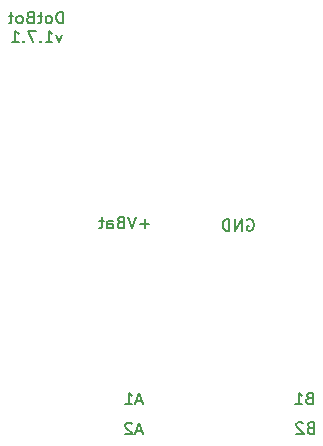
<source format=gbr>
%TF.GenerationSoftware,KiCad,Pcbnew,(6.0.0)*%
%TF.CreationDate,2022-01-21T19:20:27+01:00*%
%TF.ProjectId,DotBot,446f7442-6f74-42e6-9b69-6361645f7063,rev?*%
%TF.SameCoordinates,Original*%
%TF.FileFunction,Legend,Bot*%
%TF.FilePolarity,Positive*%
%FSLAX46Y46*%
G04 Gerber Fmt 4.6, Leading zero omitted, Abs format (unit mm)*
G04 Created by KiCad (PCBNEW (6.0.0)) date 2022-01-21 19:20:27*
%MOMM*%
%LPD*%
G01*
G04 APERTURE LIST*
%ADD10C,0.150000*%
G04 APERTURE END LIST*
D10*
X89347619Y-61971428D02*
X88585714Y-61971428D01*
X88966666Y-62352380D02*
X88966666Y-61590476D01*
X88252380Y-61352380D02*
X87919047Y-62352380D01*
X87585714Y-61352380D01*
X86919047Y-61828571D02*
X86776190Y-61876190D01*
X86728571Y-61923809D01*
X86680952Y-62019047D01*
X86680952Y-62161904D01*
X86728571Y-62257142D01*
X86776190Y-62304761D01*
X86871428Y-62352380D01*
X87252380Y-62352380D01*
X87252380Y-61352380D01*
X86919047Y-61352380D01*
X86823809Y-61400000D01*
X86776190Y-61447619D01*
X86728571Y-61542857D01*
X86728571Y-61638095D01*
X86776190Y-61733333D01*
X86823809Y-61780952D01*
X86919047Y-61828571D01*
X87252380Y-61828571D01*
X85823809Y-62352380D02*
X85823809Y-61828571D01*
X85871428Y-61733333D01*
X85966666Y-61685714D01*
X86157142Y-61685714D01*
X86252380Y-61733333D01*
X85823809Y-62304761D02*
X85919047Y-62352380D01*
X86157142Y-62352380D01*
X86252380Y-62304761D01*
X86300000Y-62209523D01*
X86300000Y-62114285D01*
X86252380Y-62019047D01*
X86157142Y-61971428D01*
X85919047Y-61971428D01*
X85823809Y-61923809D01*
X85490476Y-61685714D02*
X85109523Y-61685714D01*
X85347619Y-61352380D02*
X85347619Y-62209523D01*
X85300000Y-62304761D01*
X85204761Y-62352380D01*
X85109523Y-62352380D01*
X103004761Y-79228571D02*
X102861904Y-79276190D01*
X102814285Y-79323809D01*
X102766666Y-79419047D01*
X102766666Y-79561904D01*
X102814285Y-79657142D01*
X102861904Y-79704761D01*
X102957142Y-79752380D01*
X103338095Y-79752380D01*
X103338095Y-78752380D01*
X103004761Y-78752380D01*
X102909523Y-78800000D01*
X102861904Y-78847619D01*
X102814285Y-78942857D01*
X102814285Y-79038095D01*
X102861904Y-79133333D01*
X102909523Y-79180952D01*
X103004761Y-79228571D01*
X103338095Y-79228571D01*
X102385714Y-78847619D02*
X102338095Y-78800000D01*
X102242857Y-78752380D01*
X102004761Y-78752380D01*
X101909523Y-78800000D01*
X101861904Y-78847619D01*
X101814285Y-78942857D01*
X101814285Y-79038095D01*
X101861904Y-79180952D01*
X102433333Y-79752380D01*
X101814285Y-79752380D01*
X97661904Y-61600000D02*
X97757142Y-61552380D01*
X97900000Y-61552380D01*
X98042857Y-61600000D01*
X98138095Y-61695238D01*
X98185714Y-61790476D01*
X98233333Y-61980952D01*
X98233333Y-62123809D01*
X98185714Y-62314285D01*
X98138095Y-62409523D01*
X98042857Y-62504761D01*
X97900000Y-62552380D01*
X97804761Y-62552380D01*
X97661904Y-62504761D01*
X97614285Y-62457142D01*
X97614285Y-62123809D01*
X97804761Y-62123809D01*
X97185714Y-62552380D02*
X97185714Y-61552380D01*
X96614285Y-62552380D01*
X96614285Y-61552380D01*
X96138095Y-62552380D02*
X96138095Y-61552380D01*
X95900000Y-61552380D01*
X95757142Y-61600000D01*
X95661904Y-61695238D01*
X95614285Y-61790476D01*
X95566666Y-61980952D01*
X95566666Y-62123809D01*
X95614285Y-62314285D01*
X95661904Y-62409523D01*
X95757142Y-62504761D01*
X95900000Y-62552380D01*
X96138095Y-62552380D01*
X102904761Y-76728571D02*
X102761904Y-76776190D01*
X102714285Y-76823809D01*
X102666666Y-76919047D01*
X102666666Y-77061904D01*
X102714285Y-77157142D01*
X102761904Y-77204761D01*
X102857142Y-77252380D01*
X103238095Y-77252380D01*
X103238095Y-76252380D01*
X102904761Y-76252380D01*
X102809523Y-76300000D01*
X102761904Y-76347619D01*
X102714285Y-76442857D01*
X102714285Y-76538095D01*
X102761904Y-76633333D01*
X102809523Y-76680952D01*
X102904761Y-76728571D01*
X103238095Y-76728571D01*
X101714285Y-77252380D02*
X102285714Y-77252380D01*
X102000000Y-77252380D02*
X102000000Y-76252380D01*
X102095238Y-76395238D01*
X102190476Y-76490476D01*
X102285714Y-76538095D01*
X82072410Y-44997380D02*
X82072410Y-43997380D01*
X81834315Y-43997380D01*
X81691457Y-44045000D01*
X81596219Y-44140238D01*
X81548600Y-44235476D01*
X81500981Y-44425952D01*
X81500981Y-44568809D01*
X81548600Y-44759285D01*
X81596219Y-44854523D01*
X81691457Y-44949761D01*
X81834315Y-44997380D01*
X82072410Y-44997380D01*
X80929553Y-44997380D02*
X81024791Y-44949761D01*
X81072410Y-44902142D01*
X81120029Y-44806904D01*
X81120029Y-44521190D01*
X81072410Y-44425952D01*
X81024791Y-44378333D01*
X80929553Y-44330714D01*
X80786695Y-44330714D01*
X80691457Y-44378333D01*
X80643838Y-44425952D01*
X80596219Y-44521190D01*
X80596219Y-44806904D01*
X80643838Y-44902142D01*
X80691457Y-44949761D01*
X80786695Y-44997380D01*
X80929553Y-44997380D01*
X80310505Y-44330714D02*
X79929553Y-44330714D01*
X80167648Y-43997380D02*
X80167648Y-44854523D01*
X80120029Y-44949761D01*
X80024791Y-44997380D01*
X79929553Y-44997380D01*
X79262886Y-44473571D02*
X79120029Y-44521190D01*
X79072410Y-44568809D01*
X79024791Y-44664047D01*
X79024791Y-44806904D01*
X79072410Y-44902142D01*
X79120029Y-44949761D01*
X79215267Y-44997380D01*
X79596219Y-44997380D01*
X79596219Y-43997380D01*
X79262886Y-43997380D01*
X79167648Y-44045000D01*
X79120029Y-44092619D01*
X79072410Y-44187857D01*
X79072410Y-44283095D01*
X79120029Y-44378333D01*
X79167648Y-44425952D01*
X79262886Y-44473571D01*
X79596219Y-44473571D01*
X78453362Y-44997380D02*
X78548600Y-44949761D01*
X78596219Y-44902142D01*
X78643838Y-44806904D01*
X78643838Y-44521190D01*
X78596219Y-44425952D01*
X78548600Y-44378333D01*
X78453362Y-44330714D01*
X78310505Y-44330714D01*
X78215267Y-44378333D01*
X78167648Y-44425952D01*
X78120029Y-44521190D01*
X78120029Y-44806904D01*
X78167648Y-44902142D01*
X78215267Y-44949761D01*
X78310505Y-44997380D01*
X78453362Y-44997380D01*
X77834315Y-44330714D02*
X77453362Y-44330714D01*
X77691457Y-43997380D02*
X77691457Y-44854523D01*
X77643838Y-44949761D01*
X77548600Y-44997380D01*
X77453362Y-44997380D01*
X81977172Y-45940714D02*
X81739076Y-46607380D01*
X81500981Y-45940714D01*
X80596219Y-46607380D02*
X81167648Y-46607380D01*
X80881934Y-46607380D02*
X80881934Y-45607380D01*
X80977172Y-45750238D01*
X81072410Y-45845476D01*
X81167648Y-45893095D01*
X80167648Y-46512142D02*
X80120029Y-46559761D01*
X80167648Y-46607380D01*
X80215267Y-46559761D01*
X80167648Y-46512142D01*
X80167648Y-46607380D01*
X79786695Y-45607380D02*
X79120029Y-45607380D01*
X79548600Y-46607380D01*
X78739076Y-46512142D02*
X78691457Y-46559761D01*
X78739076Y-46607380D01*
X78786695Y-46559761D01*
X78739076Y-46512142D01*
X78739076Y-46607380D01*
X77739076Y-46607380D02*
X78310505Y-46607380D01*
X78024791Y-46607380D02*
X78024791Y-45607380D01*
X78120029Y-45750238D01*
X78215267Y-45845476D01*
X78310505Y-45893095D01*
X88764285Y-76966666D02*
X88288095Y-76966666D01*
X88859523Y-77252380D02*
X88526190Y-76252380D01*
X88192857Y-77252380D01*
X87335714Y-77252380D02*
X87907142Y-77252380D01*
X87621428Y-77252380D02*
X87621428Y-76252380D01*
X87716666Y-76395238D01*
X87811904Y-76490476D01*
X87907142Y-76538095D01*
X88764285Y-79516666D02*
X88288095Y-79516666D01*
X88859523Y-79802380D02*
X88526190Y-78802380D01*
X88192857Y-79802380D01*
X87907142Y-78897619D02*
X87859523Y-78850000D01*
X87764285Y-78802380D01*
X87526190Y-78802380D01*
X87430952Y-78850000D01*
X87383333Y-78897619D01*
X87335714Y-78992857D01*
X87335714Y-79088095D01*
X87383333Y-79230952D01*
X87954761Y-79802380D01*
X87335714Y-79802380D01*
M02*

</source>
